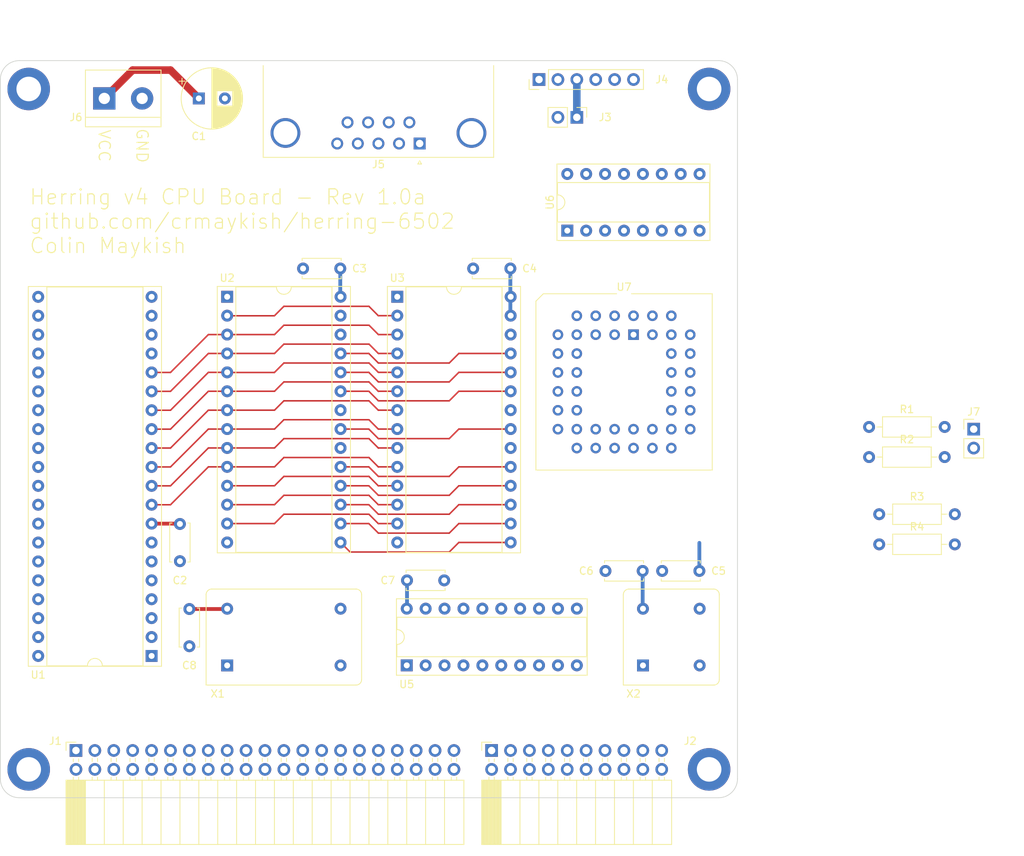
<source format=kicad_pcb>
(kicad_pcb (version 20211014) (generator pcbnew)
  (layers (0 "F.Cu" signal) (31 "B.Cu" signal) (34 "B.Paste" user) (35 "F.Paste" user) (36 "B.SilkS" user "B.Silkscreen") (37 "F.SilkS" user "F.Silkscreen") (38 "B.Mask" user) (39 "F.Mask" user) (44 "Edge.Cuts" user))
  (net 0 "")
  (net 2 "/~{MEMREQ}")
  (net 4 "/PHI")
  (net 6 "/~{WAIT}")
  (net 8 "VCC")
  (net 9 "/A0")
  (net 10 "/A1")
  (net 11 "/A2")
  (net 12 "/A3")
  (net 13 "/A4")
  (net 14 "/A5")
  (net 15 "/A6")
  (net 16 "/A7")
  (net 17 "/A8")
  (net 18 "/A9")
  (net 19 "/A10")
  (net 20 "/A11")
  (net 21 "GND")
  (net 22 "/A12")
  (net 23 "/A13")
  (net 24 "/A14")
  (net 25 "/A15")
  (net 26 "/D7")
  (net 27 "/D6")
  (net 28 "/D5")
  (net 29 "/D4")
  (net 30 "/D3")
  (net 31 "/D2")
  (net 32 "/D1")
  (net 33 "/D0")
  (net 35 "/~{M1}")
  (net 36 "/~{INT1}")
  (net 37 "/~{INT2}")
  (net 39 "/~{HALT}")
  (net 40 "/~{BUSREQ}")
  (net 41 "/U0")
  (net 42 "/U1")
  (net 43 "/~{BUSACK}")
  (net 44 "/U2")
  (net 45 "/U3")
  (net 46 "/U4")
  (net 47 "/U5")
  (net 48 "/U6")
  (net 49 "/U7")
  (net 50 "/~{RESIN}")
  (net 52 "/~{INT}")
  (net 53 "/~{NMI}")
  (net 54 "/~{RD}")
  (net 55 "/~{RESOUT}")
  (net 56 "/~{CSRAM}")
  (net 57 "/~{MEMWR}")
  (net 58 "/~{CSROM}")
  (net 59 "/~{CSACIA}")
  (net 60 "/~{WR}")
  (net 61 "/~{IOREQ}")
  (net 62 "Net-(J3-Pad1)")
  (net 63 "/~{ACIA_RTS}")
  (net 64 "/ACIA_RX")
  (net 65 "/ACIA_TX")
  (net 66 "/~{ACIA_DSR}")
  (net 67 "Net-(U4-Pad6)")
  (footprint "Resistor_THT:R_Axial_DIN0207_L6.3mm_D2.5mm_P10.16mm_Horizontal" (layer "F.Cu") (at 142.15 78.68)
    (fp_text reference "R2")
    (fp_text value "4k7")
  )
  (footprint "Connector_Dsub:DSUB-9_Male_Horizontal_P2.77x2.84mm_EdgePinOffset7.70mm_Housed_MountingHolesOffset9.12mm" (layer "F.Cu") (at 81.75 36.540331 180)
    (fp_text reference "J5")
    (fp_text value "DB9_Male_MountingHoles")
  )
  (footprint "Oscillator:Oscillator_DIP-8" (layer "F.Cu") (at 111.76 106.68)
    (fp_text reference "X2")
    (fp_text value "CXO_DIP8")
  )
  (footprint "Resistor_THT:R_Axial_DIN0207_L6.3mm_D2.5mm_P10.16mm_Horizontal" (layer "F.Cu") (at 143.51 86.36)
    (fp_text reference "R3")
    (fp_text value "4k7")
  )
  (footprint "Connector_PinSocket_2.54mm:PinSocket_2x10_P2.54mm_Horizontal" (layer "F.Cu") (at 91.42 118.11 90)
    (fp_text reference "J2")
    (fp_text value "Conn_02x10_Odd_Even")
  )
  (footprint "Capacitor_THT:C_Disc_D5.0mm_W2.5mm_P5.00mm" (layer "F.Cu") (at 71.08 53.34 180)
    (fp_text reference "C3")
    (fp_text value "0.1uF")
  )
  (footprint "Capacitor_THT:C_Disc_D5.0mm_W2.5mm_P5.00mm" (layer "F.Cu") (at 49.53 87.67 -90)
    (fp_text reference "C2")
    (fp_text value "0.1uF")
  )
  (footprint "Package_DIP:DIP-28_W15.24mm_Socket" (layer "F.Cu") (at 55.88 57.135)
    (fp_text reference "U2")
    (fp_text value "AS6C62256")
  )
  (footprint "Connector_PinHeader_2.54mm:PinHeader_1x06_P2.54mm_Vertical" (layer "F.Cu") (at 97.79 27.94 90)
    (fp_text reference "J4")
    (fp_text value "Conn_01x06_Male")
  )
  (footprint "Connector_PinSocket_2.54mm:PinSocket_2x21_P2.54mm_Horizontal" (layer "F.Cu") (at 35.56 118.11 90)
    (fp_text reference "J1")
    (fp_text value "Conn_02x20_Odd_Even")
  )
  (footprint "Capacitor_THT:C_Disc_D5.0mm_W2.5mm_P5.00mm" (layer "F.Cu") (at 119.34 93.98 180)
    (fp_text reference "C5")
    (fp_text value "0.1uF")
  )
  (footprint "Package_DIP:DIP-40_W15.24mm_Socket" (layer "F.Cu") (at 45.725 105.405 180)
    (fp_text reference "U1")
    (fp_text value "W65C02")
  )
  (footprint "Resistor_THT:R_Axial_DIN0207_L6.3mm_D2.5mm_P10.16mm_Horizontal" (layer "F.Cu") (at 142.15 74.63)
    (fp_text reference "R1")
    (fp_text value "4k7")
  )
  (footprint "Capacitor_THT:C_Disc_D5.0mm_W2.5mm_P5.00mm" (layer "F.Cu") (at 50.8 99.1 -90)
    (fp_text reference "C8")
    (fp_text value "0.1uF")
  )
  (footprint "Package_LCC:PLCC-44_THT-Socket" (layer "F.Cu") (at 110.49 62.23)
    (fp_text reference "U7")
    (fp_text value "16C550")
  )
  (footprint "Capacitor_THT:C_Disc_D5.0mm_W2.5mm_P5.00mm" (layer "F.Cu") (at 111.72 93.98 180)
    (fp_text reference "C6")
    (fp_text value "0.1uF")
  )
  (footprint "Oscillator:Oscillator_DIP-14" (layer "F.Cu") (at 55.88 106.68)
    (fp_text reference "X1")
    (fp_text value "CXO_DIP14")
  )
  (footprint "Capacitor_THT:CP_Radial_D8.0mm_P3.50mm" (layer "F.Cu") (at 52.07 30.48)
    (fp_text reference "C1")
    (fp_text value "100uF")
  )
  (footprint "Connector_PinHeader_2.54mm:PinHeader_1x02_P2.54mm_Vertical" (layer "F.Cu") (at 156.21 74.93)
    (fp_text reference "J7")
    (fp_text value "Conn_01x02_Male")
  )
  (footprint "TerminalBlock:TerminalBlock_bornier-2_P5.08mm" (layer "F.Cu") (at 39.37 30.48)
    (fp_text reference "J6")
    (fp_text value "Screw_Terminal_01x02")
  )
  (footprint "Resistor_THT:R_Axial_DIN0207_L6.3mm_D2.5mm_P10.16mm_Horizontal" (layer "F.Cu") (at 143.51 90.41)
    (fp_text reference "R4")
    (fp_text value "4k7")
  )
  (footprint "Capacitor_THT:C_Disc_D5.0mm_W2.5mm_P5.00mm" (layer "F.Cu") (at 80.05 95.25)
    (fp_text reference "C7")
    (fp_text value "0.1uF")
  )
  (footprint "Connector_PinHeader_2.54mm:PinHeader_1x02_P2.54mm_Vertical" (layer "F.Cu") (at 102.87 33.02 -90)
    (fp_text reference "J3")
    (fp_text value "Conn_01x02_Male")
  )
  (footprint "Package_DIP:DIP-16_W7.62mm_Socket" (layer "F.Cu") (at 101.59 48.25 90)
    (fp_text reference "U6")
    (fp_text value "MAX3232")
  )
  (footprint "Capacitor_THT:C_Disc_D5.0mm_W2.5mm_P5.00mm" (layer "F.Cu") (at 93.94 53.34 180)
    (fp_text reference "C4")
    (fp_text value "0.1uF")
  )
  (footprint "Package_DIP:DIP-28_W15.24mm_Socket" (layer "F.Cu") (at 78.74 57.135)
    (fp_text reference "U3")
    (fp_text value "AT28C64B")
  )
  (footprint "Package_DIP:DIP-20_W7.62mm_Socket" (layer "F.Cu") (at 80.015 106.67 90)
    (fp_text reference "U5")
    (fp_text value "ATF16V8B")
  )
  (gr_arc (start 121.92 25.4) (mid 123.716051 26.143949) (end 124.46 27.94) (layer "Edge.Cuts") (width 0.1))
  (gr_line (start 25.4 121.92) (end 25.4 27.94) (layer "Edge.Cuts") (width 0.1))
  (gr_line (start 27.94 25.4) (end 121.92 25.4) (layer "Edge.Cuts") (width 0.1))
  (gr_arc (start 27.94 124.46) (mid 26.143949 123.716051) (end 25.4 121.92) (layer "Edge.Cuts") (width 0.1))
  (gr_arc (start 25.4 27.94) (mid 26.143949 26.143949) (end 27.94 25.4) (layer "Edge.Cuts") (width 0.1))
  (gr_line (start 121.92 124.46) (end 27.94 124.46) (layer "Edge.Cuts") (width 0.1))
  (gr_line (start 124.46 27.94) (end 124.46 121.92) (layer "Edge.Cuts") (width 0.1))
  (gr_arc (start 124.46 121.92) (mid 123.716051 123.716051) (end 121.92 124.46) (layer "Edge.Cuts") (width 0.1))
  (gr_text "GND" (at 44.45 36.83 270) (layer "F.SilkS") (effects (font (size 1.524 1.524) (thickness 0.1524))))
  (gr_text "VCC" (at 39.37 36.83 270) (layer "F.SilkS") (effects (font (size 1.524 1.524) (thickness 0.1524))))
  (gr_text "Herring v4 CPU Board - Rev 1.0a\ngithub.com/crmaykish/herring-6502\nColin Maykish" (at 29.21 46.99) (layer "F.SilkS") (effects (font (size 2.032 2.032) (thickness 0.1524)) (justify left)))
  (segment (start 45.725 87.625) (end 49.485 87.625) (width 0.508) (layer "F.Cu") (net 8))
  (segment (start 43.18 26.67) (end 48.26 26.67) (width 1.016) (layer "F.Cu") (net 8))
  (segment (start 48.26 26.67) (end 52.07 30.48) (width 1.016) (layer "F.Cu") (net 8))
  (segment (start 39.37 30.48) (end 43.18 26.67) (width 1.016) (layer "F.Cu") (net 8))
  (segment (start 55.84 99.1) (end 55.88 99.06) (width 0.2032) (layer "F.Cu") (net 8))
  (segment (start 50.8 99.1) (end 55.84 99.1) (width 0.508) (layer "F.Cu") (net 8))
  (segment (start 49.485 87.625) (end 49.53 87.67) (width 0.2032) (layer "F.Cu") (net 8))
  (segment (start 71.08 53.34) (end 71.08 57.095) (width 0.508) (layer "B.Cu") (net 8))
  (segment (start 111.72 99.02) (end 111.76 99.06) (width 0.2032) (layer "B.Cu") (net 8))
  (segment (start 119.375 90.165) (end 119.38 90.17) (width 0.2032) (layer "B.Cu") (net 8))
  (segment (start 111.72 93.98) (end 111.72 99.02) (width 0.508) (layer "B.Cu") (net 8))
  (segment (start 80.05 99.015) (end 80.015 99.05) (width 0.2032) (layer "B.Cu") (net 8))
  (segment (start 93.94 59.635) (end 93.98 59.675) (width 0.2032) (layer "B.Cu") (net 8))
  (segment (start 80.05 95.25) (end 80.05 99.015) (width 0.508) (layer "B.Cu") (net 8))
  (segment (start 119.375 90.155) (end 119.375 90.165) (width 0.2032) (layer "B.Cu") (net 8))
  (segment (start 71.08 57.095) (end 71.12 57.135) (width 0.2032) (layer "B.Cu") (net 8))
  (segment (start 119.38 90.17) (end 119.34 90.21) (width 0.2032) (layer "B.Cu") (net 8))
  (segment (start 93.94 53.34) (end 93.94 59.635) (width 0.508) (layer "B.Cu") (net 8))
  (segment (start 119.34 90.21) (end 119.34 93.98) (width 0.508) (layer "B.Cu") (net 8))
  (segment (start 76.2 80.01) (end 76.215 79.995) (width 0.2032) (layer "F.Cu") (net 9))
  (segment (start 45.725 85.085) (end 48.255 85.085) (width 0.2032) (layer "F.Cu") (net 9))
  (segment (start 63.5 78.74) (end 74.93 78.74) (width 0.2032) (layer "F.Cu") (net 9))
  (segment (start 62.245 79.995) (end 63.5 78.74) (width 0.2032) (layer "F.Cu") (net 9))
  (segment (start 55.88 79.995) (end 62.245 79.995) (width 0.2032) (layer "F.Cu") (net 9))
  (segment (start 48.26 85.09) (end 53.355 79.995) (width 0.2032) (layer "F.Cu") (net 9))
  (segment (start 53.355 79.995) (end 55.88 79.995) (width 0.2032) (layer "F.Cu") (net 9))
  (segment (start 74.93 78.74) (end 76.2 80.01) (width 0.2032) (layer "F.Cu") (net 9))
  (segment (start 48.255 85.085) (end 48.26 85.09) (width 0.2032) (layer "F.Cu") (net 9))
  (segment (start 76.215 79.995) (end 78.74 79.995) (width 0.2032) (layer "F.Cu") (net 9))
  (segment (start 62.245 77.455) (end 63.5 76.2) (width 0.2032) (layer "F.Cu") (net 10))
  (segment (start 53.355 77.455) (end 55.88 77.455) (width 0.2032) (layer "F.Cu") (net 10))
  (segment (start 76.215 77.455) (end 78.74 77.455) (width 0.2032) (layer "F.Cu") (net 10))
  (segment (start 74.93 76.2) (end 76.2 77.47) (width 0.2032) (layer "F.Cu") (net 10))
  (segment (start 63.5 76.2) (end 74.93 76.2) (width 0.2032) (layer "F.Cu") (net 10))
  (segment (start 55.88 77.455) (end 62.245 77.455) (width 0.2032) (layer "F.Cu") (net 10))
  (segment (start 45.725 82.545) (end 48.265 82.545) (width 0.2032) (layer "F.Cu") (net 10))
  (segment (start 48.265 82.545) (end 53.355 77.455) (width 0.2032) (layer "F.Cu") (net 10))
  (segment (start 76.2 77.47) (end 76.215 77.455) (width 0.2032) (layer "F.Cu") (net 10))
  (segment (start 62.245 74.915) (end 63.5 73.66) (width 0.2032) (layer "F.Cu") (net 11))
  (segment (start 63.5 73.66) (end 74.93 73.66) (width 0.2032) (layer "F.Cu") (net 11))
  (segment (start 74.93 73.66) (end 76.185 74.915) (width 0.2032) (layer "F.Cu") (net 11))
  (segment (start 45.725 80.005) (end 48.265 80.005) (width 0.2032) (layer "F.Cu") (net 11))
  (segment (start 76.185 74.915) (end 78.74 74.915) (width 0.2032) (layer "F.Cu") (net 11))
  (segment (start 55.88 74.915) (end 62.245 74.915) (width 0.2032) (layer "F.Cu") (net 11))
  (segment (start 53.355 74.915) (end 55.88 74.915) (width 0.2032) (layer "F.Cu") (net 11))
  (segment (start 48.265 80.005) (end 53.355 74.915) (width 0.2032) (layer "F.Cu") (net 11))
  (segment (start 63.5 71.12) (end 74.93 71.12) (width 0.2032) (layer "F.Cu") (net 12))
  (segment (start 76.2 72.39) (end 76.215 72.375) (width 0.2032) (layer "F.Cu") (net 12))
  (segment (start 62.245 72.375) (end 63.5 71.12) (width 0.2032) (layer "F.Cu") (net 12))
  (segment (start 45.725 77.465) (end 48.265 77.465) (width 0.2032) (layer "F.Cu") (net 12))
  (segment (start 53.355 72.375) (end 55.88 72.375) (width 0.2032) (layer "F.Cu") (net 12))
  (segment (start 48.265 77.465) (end 53.355 72.375) (width 0.2032) (layer "F.Cu") (net 12))
  (segment (start 55.88 72.375) (end 62.245 72.375) (width 0.2032) (layer "F.Cu") (net 12))
  (segment (start 74.93 71.12) (end 76.2 72.39) (width 0.2032) (layer "F.Cu") (net 12))
  (segment (start 76.215 72.375) (end 78.74 72.375) (width 0.2032) (layer "F.Cu") (net 12))
  (segment (start 63.5 68.58) (end 74.93 68.58) (width 0.2032) (layer "F.Cu") (net 13))
  (segment (start 55.88 69.835) (end 62.245 69.835) (width 0.2032) (layer "F.Cu") (net 13))
  (segment (start 76.215 69.835) (end 78.74 69.835) (width 0.2032) (layer "F.Cu") (net 13))
  (segment (start 62.245 69.835) (end 63.5 68.58) (width 0.2032) (layer "F.Cu") (net 13))
  (segment (start 76.2 69.85) (end 76.215 69.835) (width 0.2032) (layer "F.Cu") (net 13))
  (segment (start 45.725 74.925) (end 48.265 74.925) (width 0.2032) (layer "F.Cu") (net 13))
  (segment (start 53.355 69.835) (end 55.88 69.835) (width 0.2032) (layer "F.Cu") (net 13))
  (segment (start 48.265 74.925) (end 53.355 69.835) (width 0.2032) (layer "F.Cu") (net 13))
  (segment (start 74.93 68.58) (end 76.2 69.85) (width 0.2032) (layer "F.Cu") (net 13))
  (segment (start 53.355 67.295) (end 55.88 67.295) (width 0.2032) (layer "F.Cu") (net 14))
  (segment (start 48.265 72.385) (end 53.355 67.295) (width 0.2032) (layer "F.Cu") (net 14))
  (segment (start 55.88 67.31) (end 62.23 67.31) (width 0.2032) (layer "F.Cu") (net 14))
  (segment (start 74.945 66.04) (end 76.2 67.295) (width 0.2032) (layer "F.Cu") (net 14))
  (segment (start 63.5 66.04) (end 74.945 66.04) (width 0.2032) (layer "F.Cu") (net 14))
  (segment (start 76.2 67.295) (end 78.74 67.295) (width 0.2032) (layer "F.Cu") (net 14))
  (segment (start 62.23 67.31) (end 63.5 66.04) (width 0.2032) (layer "F.Cu") (net 14))
  (segment (start 55.88 67.295) (end 55.88 67.31) (width 0.2032) (layer "F.Cu") (net 14))
  (segment (start 45.725 72.385) (end 48.265 72.385) (width 0.2032) (layer "F.Cu") (net 14))
  (segment (start 48.265 69.845) (end 53.355 64.755) (width 0.2032) (layer "F.Cu") (net 15))
  (segment (start 55.88 64.755) (end 62.245 64.755) (width 0.2032) (layer "F.Cu") (net 15))
  (segment (start 74.945 63.5) (end 76.2 64.755) (width 0.2032) (layer "F.Cu") (net 15))
  (segment (start 53.355 64.755) (end 55.88 64.755) (width 0.2032) (layer "F.Cu") (net 15))
  (segment (start 76.2 64.755) (end 78.74 64.755) (width 0.2032) (layer "F.Cu") (net 15))
  (segment (start 45.725 69.845) (end 48.265 69.845) (width 0.2032) (layer "F.Cu") (net 15))
  (segment (start 62.245 64.755) (end 63.5 63.5) (width 0.2032) (layer "F.Cu") (net 15))
  (segment (start 63.5 63.5) (end 74.945 63.5) (width 0.2032) (layer "F.Cu") (net 15))
  (segment (start 76.2 62.215) (end 78.74 62.215) (width 0.2032) (layer "F.Cu") (net 16))
  (segment (start 63.5 60.96) (end 74.945 60.96) (width 0.2032) (layer "F.Cu") (net 16))
  (segment (start 55.88 62.215) (end 62.245 62.215) (width 0.2032) (layer "F.Cu") (net 16))
  (segment (start 45.725 67.305) (end 48.265 67.305) (width 0.2032) (layer "F.Cu") (net 16))
  (segment (start 53.355 62.215) (end 55.88 62.215) (width 0.2032) (layer "F.Cu") (net 16))
  (segment (start 48.265 67.305) (end 53.355 62.215) (width 0.2032) (layer "F.Cu") (net 16))
  (segment (start 62.245 62.215) (end 63.5 60.96) (width 0.2032) (layer "F.Cu") (net 16))
  (segment (start 74.945 60.96) (end 76.2 62.215) (width 0.2032) (layer "F.Cu") (net 16))
  (segment (start 74.915 64.755) (end 76.2 66.04) (width 0.2032) (layer "F.Cu") (net 17))
  (segment (start 71.12 64.755) (end 74.915 64.755) (width 0.2032) (layer "F.Cu") (net 17))
  (segment (start 85.725 66.04) (end 87.01 64.755) (width 0.2032) (layer "F.Cu") (net 17))
  (segment (start 76.2 66.04) (end 85.725 66.04) (width 0.2032) (layer "F.Cu") (net 17))
  (segment (start 87.01 64.755) (end 93.98 64.755) (width 0.2032) (layer "F.Cu") (net 17))
  (segment (start 71.12 67.295) (end 74.915 67.295) (width 0.2032) (layer "F.Cu") (net 18))
  (segment (start 76.2 68.58) (end 85.725 68.58) (width 0.2032) (layer "F.Cu") (net 18))
  (segment (start 85.725 68.58) (end 87.01 67.295) (width 0.2032) (layer "F.Cu") (net 18))
  (segment (start 74.915 67.295) (end 76.2 68.58) (width 0.2032) (layer "F.Cu") (net 18))
  (segment (start 87.01 67.295) (end 93.98 67.295) (width 0.2032) (layer "F.Cu") (net 18))
  (segment (start 76.2 76.2) (end 85.725 76.2) (width 0.2032) (layer "F.Cu") (net 19))
  (segment (start 87.01 74.915) (end 93.98 74.915) (width 0.2032) (layer "F.Cu") (net 19))
  (segment (start 71.12 74.915) (end 74.915 74.915) (width 0.2032) (layer "F.Cu") (net 19))
  (segment (start 74.915 74.915) (end 76.2 76.2) (width 0.2032) (layer "F.Cu") (net 19))
  (segment (start 85.725 76.2) (end 87.01 74.915) (width 0.2032) (layer "F.Cu") (net 19))
  (segment (start 85.725 71.12) (end 87.01 69.835) (width 0.2032) (layer "F.Cu") (net 20))
  (segment (start 87.01 69.835) (end 93.98 69.835) (width 0.2032) (layer "F.Cu") (net 20))
  (segment (start 76.2 71.12) (end 85.725 71.12) (width 0.2032) (layer "F.Cu") (net 20))
  (segment (start 74.915 69.835) (end 76.2 71.12) (width 0.2032) (layer "F.Cu") (net 20))
  (segment (start 71.12 69.835) (end 74.915 69.835) (width 0.2032) (layer "F.Cu") (net 20))
  (via (at 120.65 120.65) (size 5.715) (drill 3.302) (layers "F.Cu" "B.Cu") (net 21))
  (via (at 29.21 120.65) (size 5.715) (drill 3.302) (layers "F.Cu" "B.Cu") (net 21))
  (via (at 29.21 29.21) (size 5.715) (drill 3.302) (layers "F.Cu" "B.Cu") (net 21))
  (via (at 120.65 29.21) (size 5.715) (drill 3.302) (layers "F.Cu" "B.Cu") (net 21))
  (segment (start 74.93 58.42) (end 76.185 59.675) (width 0.2032) (layer "F.Cu") (net 22))
  (segment (start 55.88 59.69) (end 62.23 59.69) (width 0.2032) (layer "F.Cu") (net 22))
  (segment (start 55.88 59.675) (end 55.88 59.69) (width 0.2032) (layer "F.Cu") (net 22))
  (segment (start 63.5 58.42) (end 74.93 58.42) (width 0.2032) (layer "F.Cu") (net 22))
  (segment (start 76.185 59.675) (end 78.74 59.675) (width 0.2032) (layer "F.Cu") (net 22))
  (segment (start 62.23 59.69) (end 63.5 58.42) (width 0.2032) (layer "F.Cu") (net 22))
  (segment (start 74.915 79.995) (end 76.2 81.28) (width 0.2032) (layer "F.Cu") (net 26))
  (segment (start 85.725 81.28) (end 87.01 79.995) (width 0.2032) (layer "F.Cu") (net 26))
  (segment (start 71.12 79.995) (end 74.915 79.995) (width 0.2032) (layer "F.Cu") (net 26))
  (segment (start 87.01 79.995) (end 93.98 79.995) (width 0.2032) (layer "F.Cu") (net 26))
  (segment (start 76.2 81.28) (end 85.725 81.28) (width 0.2032) (layer "F.Cu") (net 26))
  (segment (start 87.01 82.535) (end 93.98 82.535) (width 0.2032) (layer "F.Cu") (net 27))
  (segment (start 71.12 82.535) (end 74.915 82.535) (width 0.2032) (layer "F.Cu") (net 27))
  (segment (start 85.725 83.82) (end 87.01 82.535) (width 0.2032) (layer "F.Cu") (net 27))
  (segment (start 74.915 82.535) (end 76.2 83.82) (width 0.2032) (layer "F.Cu") (net 27))
  (segment (start 76.2 83.82) (end 85.725 83.82) (width 0.2032) (layer "F.Cu") (net 27))
  (segment (start 71.12 85.075) (end 74.915 85.075) (width 0.2032) (layer "F.Cu") (net 28))
  (segment (start 87.01 85.075) (end 93.98 85.075) (width 0.2032) (layer "F.Cu") (net 28))
  (segment (start 74.915 85.075) (end 76.2 86.36) (width 0.2032) (layer "F.Cu") (net 28))
  (segment (start 85.725 86.36) (end 87.01 85.075) (width 0.2032) (layer "F.Cu") (net 28))
  (segment (start 76.2 86.36) (end 85.725 86.36) (width 0.2032) (layer "F.Cu") (net 28))
  (segment (start 71.12 87.615) (end 74.915 87.615) (width 0.2032) (layer "F.Cu") (net 29))
  (segment (start 87.01 87.615) (end 93.98 87.615) (width 0.2032) (layer "F.Cu") (net 29))
  (segment (start 76.2 88.9) (end 85.725 88.9) (width 0.2032) (layer "F.Cu") (net 29))
  (segment (start 74.915 87.615) (end 76.2 88.9) (width 0.2032) (layer "F.Cu") (net 29))
  (segment (start 85.725 88.9) (end 87.01 87.615) (width 0.2032) (layer "F.Cu") (net 29))
  (segment (start 72.39 91.425) (end 72.39 91.44) (width 0.2032) (layer "F.Cu") (net 30))
  (segment (start 72.39 91.44) (end 85.725 91.44) (width 0.2032) (layer "F.Cu") (net 30))
  (segment (start 85.725 91.44) (end 87.01 90.155) (width 0.2032) (layer "F.Cu") (net 30))
  (segment (start 71.12 90.155) (end 72.39 91.425) (width 0.2032) (layer "F.Cu") (net 30))
  (segment (start 87.01 90.155) (end 93.98 90.155) (width 0.2032) (layer "F.Cu") (net 30))
  (segment (start 55.88 87.615) (end 62.245 87.615) (width 0.2032) (layer "F.Cu") (net 31))
  (segment (start 76.185 87.615) (end 78.74 87.615) (width 0.2032) (layer "F.Cu") (net 31))
  (segment (start 74.93 86.36) (end 76.185 87.615) (width 0.2032) (layer "F.Cu") (net 31))
  (segment (start 62.245 87.615) (end 63.5 86.36) (width 0.2032) (layer "F.Cu") (net 31))
  (segment (start 63.5 86.36) (end 74.93 86.36) (width 0.2032) (layer "F.Cu") (net 31))
  (segment (start 74.93 83.82) (end 76.185 85.075) (width 0.2032) (layer "F.Cu") (net 32))
  (segment (start 63.5 83.82) (end 74.93 83.82) (width 0.2032) (layer "F.Cu") (net 32))
  (segment (start 55.88 85.075) (end 62.245 85.075) (width 0.2032) (layer "F.Cu") (net 32))
  (segment (start 62.245 85.075) (end 63.5 83.82) (width 0.2032) (layer "F.Cu") (net 32))
  (segment (start 76.185 85.075) (end 78.74 85.075) (width 0.2032) (layer "F.Cu") (net 32))
  (segment (start 62.245 82.535) (end 63.5 81.28) (width 0.2032) (layer "F.Cu") (net 33))
  (segment (start 55.88 82.535) (end 62.245 82.535) (width 0.2032) (layer "F.Cu") (net 33))
  (segment (start 76.215 82.535) (end 78.74 82.535) (width 0.2032) (layer "F.Cu") (net 33))
  (segment (start 63.5 81.28) (end 74.93 81.28) (width 0.2032) (layer "F.Cu") (net 33))
  (segment (start 76.2 82.55) (end 76.215 82.535) (width 0.2032) (layer "F.Cu") (net 33))
  (segment (start 74.93 81.28) (end 76.2 82.55) (width 0.2032) (layer "F.Cu") (net 33))
  (segment (start 102.87 27.94) (end 102.87 33.02) (width 1.016) (layer "B.Cu") (net 62))
)
</source>
